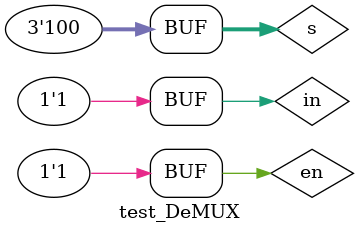
<source format=v>
`timescale 1ns / 1ps

module test_DeMUX();

    reg in,en;
    reg [2:0] s;
    wire [7:0]out;

    DeMUX DM1(en,in,s,out);
    
    initial begin
        en = 0;
        #10 en = 1;
        #10 in = 0; s = 3'b000;
        #10 in = 1; s = 3'b010;
        #10 in = 1; s = 3'b111;
        #10 in = 0; s = 3'b011;
        #10 in = 1; s = 3'b001;
        #10 in = 0; s = 3'b110;
        #10 in = 1; s = 3'b100;
    end

endmodule

</source>
